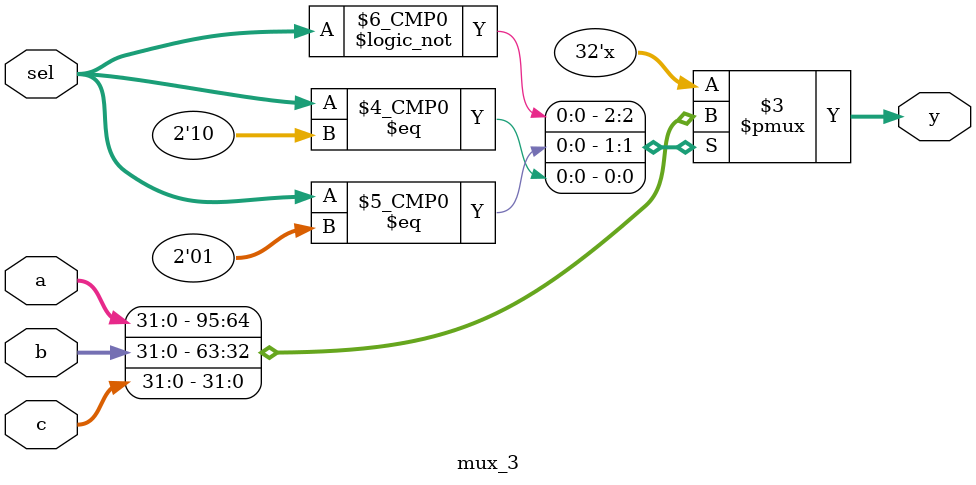
<source format=v>
`timescale 1ns / 1ps


module mux_3 #(
    parameter N = 32
)(
    input wire [N-1:0] a,
    input wire [N-1:0] b,
    input wire [N-1:0] c,
    input wire [1:0] sel,
    output reg [N-1:0] y
);

    always @(*) begin
        case (sel)
            2'b00:   y = a;
            2'b01:   y = b;
            2'b10:   y = c;
            default: y = {N{1'bx}};  // Don't care
        endcase
    end

endmodule
</source>
